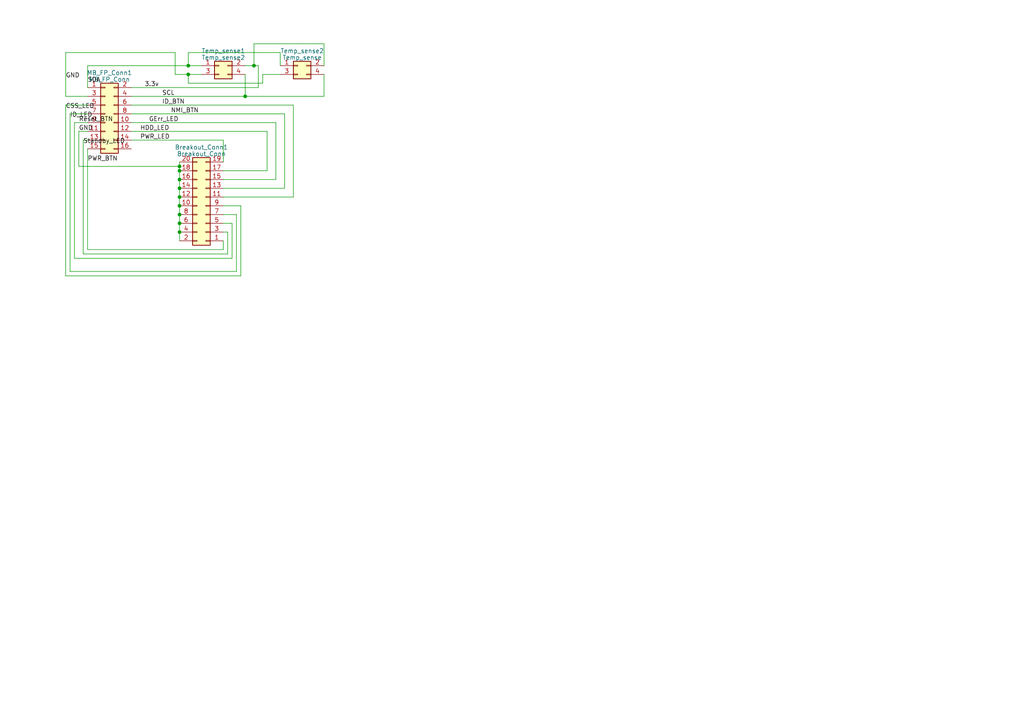
<source format=kicad_sch>
(kicad_sch (version 20230121) (generator eeschema)
  (paper "A4")
  (lib_symbols
    (symbol "Connector_Generic:Conn_02x02_Odd_Even" (pin_names (offset 1.016) hide)
      (property "Reference" "J" (at 1.27 2.54 0))
      (property "Value" "Conn_02x02_Odd_Even" (at 1.27 -5.08 0))
      (symbol "Conn_02x02_Odd_Even_1_1"
        (rectangle (start -1.27 -2.413) (end 0 -2.667) (stroke (width 0.1524)))
        (rectangle (start -1.27 0.127) (end 0 -0.127) (stroke (width 0.1524)))
        (rectangle (start -1.27 1.27) (end 3.81 -3.81) (stroke (width 0.254)) (fill (type background)))
        (rectangle (start 3.81 -2.413) (end 2.54 -2.667) (stroke (width 0.1524)))
        (rectangle (start 3.81 0.127) (end 2.54 -0.127) (stroke (width 0.1524)))
        (pin passive line (at -5.08 0 0) (length 3.81) (name "Pin_1") (number "1"))
        (pin passive line (at 7.62 0 180) (length 3.81) (name "Pin_2") (number "2"))
        (pin passive line (at -5.08 -2.54 0) (length 3.81) (name "Pin_3") (number "3"))
        (pin passive line (at 7.62 -2.54 180) (length 3.81) (name "Pin_4") (number "4"))
      )
    )
    (symbol "Connector_Generic:Conn_02x08_Odd_Even" (pin_names (offset 1.016) hide)
      (property "Reference" "J" (at 1.27 10.16 0))
      (property "Value" "Conn_02x08_Odd_Even" (at 1.27 -12.7 0))
      (symbol "Conn_02x08_Odd_Even_1_1"
        (rectangle (start -1.27 -10.033) (end 0 -10.287) (stroke (width 0.1524)))
        (rectangle (start -1.27 -7.493) (end 0 -7.747) (stroke (width 0.1524)))
        (rectangle (start -1.27 -4.953) (end 0 -5.207) (stroke (width 0.1524)))
        (rectangle (start -1.27 -2.413) (end 0 -2.667) (stroke (width 0.1524)))
        (rectangle (start -1.27 0.127) (end 0 -0.127) (stroke (width 0.1524)))
        (rectangle (start -1.27 2.667) (end 0 2.413) (stroke (width 0.1524)))
        (rectangle (start -1.27 5.207) (end 0 4.953) (stroke (width 0.1524)))
        (rectangle (start -1.27 7.747) (end 0 7.493) (stroke (width 0.1524)))
        (rectangle (start -1.27 8.89) (end 3.81 -11.43) (stroke (width 0.254)) (fill (type background)))
        (rectangle (start 3.81 -10.033) (end 2.54 -10.287) (stroke (width 0.1524)))
        (rectangle (start 3.81 -7.493) (end 2.54 -7.747) (stroke (width 0.1524)))
        (rectangle (start 3.81 -4.953) (end 2.54 -5.207) (stroke (width 0.1524)))
        (rectangle (start 3.81 -2.413) (end 2.54 -2.667) (stroke (width 0.1524)))
        (rectangle (start 3.81 0.127) (end 2.54 -0.127) (stroke (width 0.1524)))
        (rectangle (start 3.81 2.667) (end 2.54 2.413) (stroke (width 0.1524)))
        (rectangle (start 3.81 5.207) (end 2.54 4.953) (stroke (width 0.1524)))
        (rectangle (start 3.81 7.747) (end 2.54 7.493) (stroke (width 0.1524)))
        (pin passive line (at -5.08 7.62 0) (length 3.81) (name "Pin_1") (number "1"))
        (pin passive line (at 7.62 -2.54 180) (length 3.81) (name "Pin_10") (number "10"))
        (pin passive line (at -5.08 -5.08 0) (length 3.81) (name "Pin_11") (number "11"))
        (pin passive line (at 7.62 -5.08 180) (length 3.81) (name "Pin_12") (number "12"))
        (pin passive line (at -5.08 -7.62 0) (length 3.81) (name "Pin_13") (number "13"))
        (pin passive line (at 7.62 -7.62 180) (length 3.81) (name "Pin_14") (number "14"))
        (pin passive line (at -5.08 -10.16 0) (length 3.81) (name "Pin_15") (number "15"))
        (pin passive line (at 7.62 -10.16 180) (length 3.81) (name "Pin_16") (number "16"))
        (pin passive line (at 7.62 7.62 180) (length 3.81) (name "Pin_2") (number "2"))
        (pin passive line (at -5.08 5.08 0) (length 3.81) (name "Pin_3") (number "3"))
        (pin passive line (at 7.62 5.08 180) (length 3.81) (name "Pin_4") (number "4"))
        (pin passive line (at -5.08 2.54 0) (length 3.81) (name "Pin_5") (number "5"))
        (pin passive line (at 7.62 2.54 180) (length 3.81) (name "Pin_6") (number "6"))
        (pin passive line (at -5.08 0 0) (length 3.81) (name "Pin_7") (number "7"))
        (pin passive line (at 7.62 0 180) (length 3.81) (name "Pin_8") (number "8"))
        (pin passive line (at -5.08 -2.54 0) (length 3.81) (name "Pin_9") (number "9"))
      )
    )
    (symbol "Connector_Generic:Conn_02x10_Odd_Even" (pin_names (offset 1.016) hide)
      (property "Reference" "J" (at 1.27 12.7 0))
      (property "Value" "Conn_02x10_Odd_Even" (at 1.27 -15.24 0))
      (symbol "Conn_02x10_Odd_Even_1_1"
        (rectangle (start -1.27 -12.573) (end 0 -12.827) (stroke (width 0.1524)))
        (rectangle (start -1.27 -10.033) (end 0 -10.287) (stroke (width 0.1524)))
        (rectangle (start -1.27 -7.493) (end 0 -7.747) (stroke (width 0.1524)))
        (rectangle (start -1.27 -4.953) (end 0 -5.207) (stroke (width 0.1524)))
        (rectangle (start -1.27 -2.413) (end 0 -2.667) (stroke (width 0.1524)))
        (rectangle (start -1.27 0.127) (end 0 -0.127) (stroke (width 0.1524)))
        (rectangle (start -1.27 2.667) (end 0 2.413) (stroke (width 0.1524)))
        (rectangle (start -1.27 5.207) (end 0 4.953) (stroke (width 0.1524)))
        (rectangle (start -1.27 7.747) (end 0 7.493) (stroke (width 0.1524)))
        (rectangle (start -1.27 10.287) (end 0 10.033) (stroke (width 0.1524)))
        (rectangle (start -1.27 11.43) (end 3.81 -13.97) (stroke (width 0.254)) (fill (type background)))
        (rectangle (start 3.81 -12.573) (end 2.54 -12.827) (stroke (width 0.1524)))
        (rectangle (start 3.81 -10.033) (end 2.54 -10.287) (stroke (width 0.1524)))
        (rectangle (start 3.81 -7.493) (end 2.54 -7.747) (stroke (width 0.1524)))
        (rectangle (start 3.81 -4.953) (end 2.54 -5.207) (stroke (width 0.1524)))
        (rectangle (start 3.81 -2.413) (end 2.54 -2.667) (stroke (width 0.1524)))
        (rectangle (start 3.81 0.127) (end 2.54 -0.127) (stroke (width 0.1524)))
        (rectangle (start 3.81 2.667) (end 2.54 2.413) (stroke (width 0.1524)))
        (rectangle (start 3.81 5.207) (end 2.54 4.953) (stroke (width 0.1524)))
        (rectangle (start 3.81 7.747) (end 2.54 7.493) (stroke (width 0.1524)))
        (rectangle (start 3.81 10.287) (end 2.54 10.033) (stroke (width 0.1524)))
        (pin passive line (at -5.08 10.16 0) (length 3.81) (name "Pin_1") (number "1"))
        (pin passive line (at 7.62 0 180) (length 3.81) (name "Pin_10") (number "10"))
        (pin passive line (at -5.08 -2.54 0) (length 3.81) (name "Pin_11") (number "11"))
        (pin passive line (at 7.62 -2.54 180) (length 3.81) (name "Pin_12") (number "12"))
        (pin passive line (at -5.08 -5.08 0) (length 3.81) (name "Pin_13") (number "13"))
        (pin passive line (at 7.62 -5.08 180) (length 3.81) (name "Pin_14") (number "14"))
        (pin passive line (at -5.08 -7.62 0) (length 3.81) (name "Pin_15") (number "15"))
        (pin passive line (at 7.62 -7.62 180) (length 3.81) (name "Pin_16") (number "16"))
        (pin passive line (at -5.08 -10.16 0) (length 3.81) (name "Pin_17") (number "17"))
        (pin passive line (at 7.62 -10.16 180) (length 3.81) (name "Pin_18") (number "18"))
        (pin passive line (at -5.08 -12.7 0) (length 3.81) (name "Pin_19") (number "19"))
        (pin passive line (at 7.62 10.16 180) (length 3.81) (name "Pin_2") (number "2"))
        (pin passive line (at 7.62 -12.7 180) (length 3.81) (name "Pin_20") (number "20"))
        (pin passive line (at -5.08 7.62 0) (length 3.81) (name "Pin_3") (number "3"))
        (pin passive line (at 7.62 7.62 180) (length 3.81) (name "Pin_4") (number "4"))
        (pin passive line (at -5.08 5.08 0) (length 3.81) (name "Pin_5") (number "5"))
        (pin passive line (at 7.62 5.08 180) (length 3.81) (name "Pin_6") (number "6"))
        (pin passive line (at -5.08 2.54 0) (length 3.81) (name "Pin_7") (number "7"))
        (pin passive line (at 7.62 2.54 180) (length 3.81) (name "Pin_8") (number "8"))
        (pin passive line (at -5.08 0 0) (length 3.81) (name "Pin_9") (number "9"))
      )
    )
  )
  (junction (at 52.07 49.53))
  (junction (at 73.66 19.05))
  (junction (at 52.07 54.61))
  (junction (at 52.07 67.31))
  (junction (at 52.07 59.69))
  (junction (at 52.07 64.77))
  (junction (at 52.07 48.26))
  (junction (at 71.12 27.94))
  (junction (at 52.07 52.07))
  (junction (at 52.07 62.23))
  (junction (at 52.07 57.15))
  (junction (at 54.61 21.59))
  (junction (at 54.61 19.05))
  (wire (pts (xy 66.04 73.66) (xy 24.13 73.66)))
  (wire (pts (xy 24.13 40.64) (xy 24.13 73.66)))
  (wire (pts (xy 38.1 25.4) (xy 74.93 25.4)))
  (wire (pts (xy 85.09 57.15) (xy 64.77 57.15)))
  (wire (pts (xy 54.61 15.24) (xy 54.61 19.05)))
  (wire (pts (xy 52.07 64.77) (xy 52.07 67.31)))
  (wire (pts (xy 25.4 19.05) (xy 54.61 19.05)))
  (wire (pts (xy 64.77 40.64) (xy 64.77 46.99)))
  (wire (pts (xy 25.4 35.56) (xy 21.59 35.56)))
  (wire (pts (xy 38.1 30.48) (xy 85.09 30.48)))
  (wire (pts (xy 93.98 12.7) (xy 73.66 12.7)))
  (wire (pts (xy 25.4 72.39) (xy 64.77 72.39)))
  (wire (pts (xy 69.85 59.69) (xy 64.77 59.69)))
  (wire (pts (xy 20.32 33.02) (xy 20.32 78.74)))
  (wire (pts (xy 64.77 49.53) (xy 77.47 49.53)))
  (wire (pts (xy 93.98 27.94) (xy 71.12 27.94)))
  (wire (pts (xy 52.07 49.53) (xy 52.07 52.07)))
  (wire (pts (xy 73.66 12.7) (xy 73.66 19.05)))
  (wire (pts (xy 52.07 52.07) (xy 52.07 54.61)))
  (wire (pts (xy 52.07 67.31) (xy 52.07 69.85)))
  (wire (pts (xy 77.47 49.53) (xy 77.47 38.1)))
  (wire (pts (xy 19.05 15.24) (xy 50.8 15.24)))
  (wire (pts (xy 22.86 48.26) (xy 52.07 48.26)))
  (wire (pts (xy 76.2 21.59) (xy 76.2 24.13)))
  (wire (pts (xy 71.12 21.59) (xy 71.12 27.94)))
  (wire (pts (xy 38.1 27.94) (xy 71.12 27.94)))
  (wire (pts (xy 64.77 54.61) (xy 82.55 54.61)))
  (wire (pts (xy 54.61 21.59) (xy 58.42 21.59)))
  (wire (pts (xy 50.8 21.59) (xy 54.61 21.59)))
  (wire (pts (xy 93.98 21.59) (xy 93.98 27.94)))
  (wire (pts (xy 25.4 25.4) (xy 25.4 19.05)))
  (wire (pts (xy 38.1 35.56) (xy 80.01 35.56)))
  (wire (pts (xy 54.61 19.05) (xy 58.42 19.05)))
  (wire (pts (xy 80.01 35.56) (xy 80.01 52.07)))
  (wire (pts (xy 50.8 15.24) (xy 50.8 21.59)))
  (wire (pts (xy 52.07 48.26) (xy 52.07 46.99)))
  (wire (pts (xy 68.58 62.23) (xy 68.58 78.74)))
  (wire (pts (xy 74.93 25.4) (xy 74.93 19.05)))
  (wire (pts (xy 52.07 59.69) (xy 52.07 62.23)))
  (wire (pts (xy 21.59 74.93) (xy 67.31 74.93)))
  (wire (pts (xy 21.59 35.56) (xy 21.59 74.93)))
  (wire (pts (xy 64.77 72.39) (xy 64.77 69.85)))
  (wire (pts (xy 68.58 78.74) (xy 20.32 78.74)))
  (wire (pts (xy 81.28 21.59) (xy 76.2 21.59)))
  (wire (pts (xy 25.4 33.02) (xy 20.32 33.02)))
  (wire (pts (xy 19.05 27.94) (xy 19.05 15.24)))
  (wire (pts (xy 93.98 19.05) (xy 93.98 12.7)))
  (wire (pts (xy 25.4 27.94) (xy 19.05 27.94)))
  (wire (pts (xy 19.05 80.01) (xy 69.85 80.01)))
  (wire (pts (xy 81.28 19.05) (xy 81.28 15.24)))
  (wire (pts (xy 81.28 15.24) (xy 54.61 15.24)))
  (wire (pts (xy 77.47 38.1) (xy 38.1 38.1)))
  (wire (pts (xy 69.85 80.01) (xy 69.85 59.69)))
  (wire (pts (xy 82.55 54.61) (xy 82.55 33.02)))
  (wire (pts (xy 54.61 24.13) (xy 54.61 21.59)))
  (wire (pts (xy 64.77 62.23) (xy 68.58 62.23)))
  (wire (pts (xy 67.31 74.93) (xy 67.31 64.77)))
  (wire (pts (xy 24.13 40.64) (xy 25.4 40.64)))
  (wire (pts (xy 38.1 40.64) (xy 64.77 40.64)))
  (wire (pts (xy 73.66 19.05) (xy 71.12 19.05)))
  (wire (pts (xy 25.4 43.18) (xy 25.4 72.39)))
  (wire (pts (xy 66.04 67.31) (xy 66.04 73.66)))
  (wire (pts (xy 22.86 38.1) (xy 22.86 48.26)))
  (wire (pts (xy 85.09 30.48) (xy 85.09 57.15)))
  (wire (pts (xy 80.01 52.07) (xy 64.77 52.07)))
  (wire (pts (xy 25.4 38.1) (xy 22.86 38.1)))
  (wire (pts (xy 19.05 30.48) (xy 25.4 30.48)))
  (wire (pts (xy 74.93 19.05) (xy 73.66 19.05)))
  (wire (pts (xy 52.07 62.23) (xy 52.07 64.77)))
  (wire (pts (xy 52.07 54.61) (xy 52.07 57.15)))
  (wire (pts (xy 52.07 57.15) (xy 52.07 59.69)))
  (wire (pts (xy 19.05 30.48) (xy 19.05 80.01)))
  (wire (pts (xy 52.07 48.26) (xy 52.07 49.53)))
  (wire (pts (xy 82.55 33.02) (xy 38.1 33.02)))
  (wire (pts (xy 76.2 24.13) (xy 54.61 24.13)))
  (wire (pts (xy 67.31 64.77) (xy 64.77 64.77)))
  (wire (pts (xy 64.77 67.31) (xy 66.04 67.31)))
  (label "ID_BTN" (at 46.99 30.48 0))
  (label "Reset_BTN" (at 22.86 35.56 0))
  (label "PWR_LED" (at 40.64 40.64 0))
  (label "Standby_LED" (at 24.13 41.91 0))
  (label "HDD_LED" (at 40.64 38.1 0))
  (label "SDA" (at 25.4 24.13 0))
  (label "NMI_BTN" (at 49.53 33.02 0))
  (label "ID_LED" (at 20.32 34.29 0))
  (label "SCL" (at 46.99 27.94 0))
  (label "GND" (at 19.05 22.86 0))
  (label "GND" (at 22.86 38.1 0))
  (label "GErr_LED" (at 43.18 35.56 0))
  (label "3.3v" (at 41.91 25.4 0))
  (label "PWR_BTN" (at 25.4 46.99 0))
  (label "CSS_LED" (at 19.05 31.75 0))
  (symbol (lib_id "Connector_Generic:Conn_02x02_Odd_Even") (at 86.36 19.05 0) (unit 1)
    (property "Reference" "Temp_sense2" (at 87.63 14.7701 0))
    (property "Value" "Temp_sense" (at 87.63 16.6911 0))
    (property "Footprint" "Connector_PinHeader_2.00mm:PinHeader_2x02_P2.00mm_Vertical" (effects hide))
  )
  (symbol (lib_id "Connector_Generic:Conn_02x02_Odd_Even") (at 63.5 19.05 0) (unit 1)
    (property "Reference" "Temp_sense1" (at 64.77 14.7701 0))
    (property "Value" "Temp_sense2" (at 64.77 16.6911 0))
    (property "Footprint" "Connector_PinHeader_2.54mm:PinHeader_2x02_P2.54mm_Vertical" (effects hide))
  )
  (symbol (lib_id "Connector_Generic:Conn_02x10_Odd_Even") (at 59.69 59.69 180) (unit 1)
    (property "Reference" "Breakout_Conn1" (at 58.42 42.7101 0))
    (property "Value" "Breakout_Conn" (at 58.42 44.6311 0))
    (property "Footprint" "Connector_PinHeader_2.54mm:PinHeader_2x10_P2.54mm_Vertical" (effects hide))
  )
  (symbol (lib_id "Connector_Generic:Conn_02x08_Odd_Even") (at 30.48 33.02 0) (unit 1)
    (property "Reference" "MB_FP_Conn1" (at 31.75 21.1201 0))
    (property "Value" "MB_FP_Conn" (at 31.75 23.0411 0))
    (property "Footprint" "Connector_PinHeader_2.00mm:PinHeader_2x08_P2.00mm_Vertical" (effects hide))
  )
)
</source>
